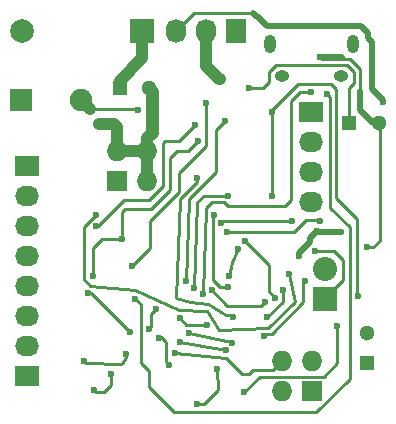
<source format=gbr>
G04 #@! TF.FileFunction,Copper,L2,Bot,Signal*
%FSLAX46Y46*%
G04 Gerber Fmt 4.6, Leading zero omitted, Abs format (unit mm)*
G04 Created by KiCad (PCBNEW (2015-08-05 BZR 6055, Git fa29c62)-product) date 02/02/2016 11:58:07 AM*
%MOMM*%
G01*
G04 APERTURE LIST*
%ADD10C,0.100000*%
%ADD11R,1.300000X1.300000*%
%ADD12C,1.300000*%
%ADD13C,1.998980*%
%ADD14R,1.998980X1.998980*%
%ADD15R,1.905000X1.905000*%
%ADD16C,1.905000*%
%ADD17R,2.032000X1.727200*%
%ADD18O,2.032000X1.727200*%
%ADD19O,1.250000X0.950000*%
%ADD20O,1.000000X1.550000*%
%ADD21R,1.727200X1.727200*%
%ADD22O,1.727200X1.727200*%
%ADD23R,1.727200X2.032000*%
%ADD24O,1.727200X2.032000*%
%ADD25R,2.032000X2.032000*%
%ADD26O,2.032000X2.032000*%
%ADD27C,0.600000*%
%ADD28C,0.508000*%
%ADD29C,0.250000*%
%ADD30C,1.016000*%
G04 APERTURE END LIST*
D10*
D11*
X94805500Y-147510500D03*
D12*
X94805500Y-145010500D03*
D11*
X93281500Y-127190500D03*
D12*
X95781500Y-127190500D03*
X76350500Y-124269500D03*
D11*
X73850500Y-124269500D03*
D13*
X65595500Y-119446040D03*
D14*
X75755500Y-119446040D03*
D15*
X65468500Y-125222000D03*
D16*
X70548500Y-125222000D03*
D17*
X90043000Y-126301500D03*
D18*
X90043000Y-128841500D03*
X90043000Y-131381500D03*
X90043000Y-133921500D03*
D19*
X92607400Y-123228540D03*
X87607400Y-123228540D03*
D20*
X93607400Y-120528540D03*
X86607400Y-120528540D03*
D17*
X66040000Y-148590000D03*
D18*
X66040000Y-146050000D03*
X66040000Y-143510000D03*
X66040000Y-140970000D03*
D21*
X90106500Y-149860000D03*
D22*
X87566500Y-149860000D03*
X90106500Y-147320000D03*
X87566500Y-147320000D03*
D23*
X83693000Y-119380000D03*
D24*
X81153000Y-119380000D03*
X78613000Y-119380000D03*
D17*
X66040000Y-130810000D03*
D18*
X66040000Y-133350000D03*
X66040000Y-135890000D03*
X66040000Y-138430000D03*
D21*
X73660000Y-132080000D03*
D22*
X73660000Y-129540000D03*
X76200000Y-132080000D03*
X76200000Y-129540000D03*
D25*
X91249500Y-142113000D03*
D26*
X91249500Y-139573000D03*
D27*
X78054200Y-147701000D03*
X77165200Y-145415000D03*
X89052400Y-138480800D03*
X90551000Y-136334500D03*
X92583000Y-136461500D03*
X96164400Y-125399800D03*
X83883500Y-137858500D03*
X83108800Y-140182600D03*
X82118200Y-148005800D03*
X80391000Y-151003000D03*
X84836000Y-124206000D03*
X75374500Y-126111000D03*
X82359500Y-123444000D03*
X90805000Y-121602500D03*
X94805500Y-137731500D03*
X72072500Y-127254000D03*
X87020400Y-141986000D03*
X84429600Y-137210800D03*
X79679800Y-144983200D03*
X83375500Y-145796000D03*
X82740500Y-127000000D03*
X79502000Y-140563600D03*
X86055200Y-145237200D03*
X89509600Y-140614400D03*
X86309200Y-143662400D03*
X87680800Y-141325600D03*
X80365600Y-131876800D03*
X83413600Y-143611600D03*
X81838800Y-134975600D03*
X83058000Y-141071600D03*
X82931000Y-136398000D03*
X90805000Y-135509000D03*
X88455500Y-135509000D03*
X82423000Y-135636000D03*
X81178400Y-125526800D03*
X74879200Y-139344400D03*
X75184000Y-142113000D03*
X91376500Y-124714000D03*
X90017600Y-124612400D03*
X80873600Y-141655800D03*
X81229200Y-144272000D03*
X78943200Y-143713200D03*
X74345800Y-146761200D03*
X70815200Y-147320000D03*
X73126600Y-148412200D03*
X71678800Y-149783800D03*
X82867500Y-146431000D03*
X78943200Y-145719800D03*
X78536800Y-146634200D03*
X80137000Y-141173200D03*
X82994500Y-133350000D03*
X94030800Y-141808200D03*
X92252800Y-144373600D03*
X84404200Y-149987000D03*
X86741000Y-126238000D03*
X86741000Y-133413500D03*
X90373200Y-138074400D03*
X80467200Y-128727200D03*
X71564500Y-140144500D03*
X74041000Y-137033000D03*
X86131400Y-142367000D03*
X81635600Y-141376400D03*
X76936600Y-142951200D03*
X76301600Y-144678400D03*
X74726800Y-144932400D03*
X71145400Y-141630400D03*
X88188800Y-139954000D03*
X71818500Y-135001000D03*
X71831200Y-135940800D03*
X80213200Y-127355600D03*
D28*
X89052400Y-138480800D02*
X89052400Y-138176000D01*
X89966800Y-137261600D02*
X89966800Y-136918700D01*
X89052400Y-138176000D02*
X89966800Y-137261600D01*
X89966800Y-136918700D02*
X90551000Y-136334500D01*
X92583000Y-136461500D02*
X90678000Y-136461500D01*
X90678000Y-136461500D02*
X90551000Y-136334500D01*
D29*
X77800200Y-147447000D02*
X78054200Y-147701000D01*
X77800200Y-145770600D02*
X77800200Y-147447000D01*
X77317600Y-145288000D02*
X77800200Y-145770600D01*
X77292200Y-145288000D02*
X77317600Y-145288000D01*
X77165200Y-145415000D02*
X77292200Y-145288000D01*
X89966800Y-136918700D02*
X90551000Y-136334500D01*
X90551000Y-136334500D02*
X90678000Y-136461500D01*
D28*
X93878400Y-118999000D02*
X94310200Y-118999000D01*
X96164400Y-125247400D02*
X96164400Y-125399800D01*
X95250000Y-124333000D02*
X96164400Y-125247400D01*
X95250000Y-120345200D02*
X95250000Y-124333000D01*
X94894400Y-119989600D02*
X95250000Y-120345200D01*
X94894400Y-119583200D02*
X94894400Y-119989600D01*
X94310200Y-118999000D02*
X94894400Y-119583200D01*
X93878400Y-118999000D02*
X86309200Y-118999000D01*
X85293200Y-118059200D02*
X85115400Y-117881400D01*
X85394800Y-118160800D02*
X85293200Y-118059200D01*
X85471000Y-118160800D02*
X85394800Y-118160800D01*
X86309200Y-118999000D02*
X85471000Y-118160800D01*
X85115400Y-117881400D02*
X85445600Y-118211600D01*
D29*
X80111600Y-117881400D02*
X78613000Y-119380000D01*
X85115400Y-117881400D02*
X80111600Y-117881400D01*
X86233000Y-118999000D02*
X85445600Y-118211600D01*
X85445600Y-118211600D02*
X85115400Y-117881400D01*
X93878400Y-118999000D02*
X86233000Y-118999000D01*
X83883500Y-137858500D02*
X83388200Y-138938000D01*
X83388200Y-138938000D02*
X83108800Y-140182600D01*
X82118200Y-148005800D02*
X82169000Y-149796500D01*
X82169000Y-149796500D02*
X80962500Y-151003000D01*
X80962500Y-151003000D02*
X80391000Y-151003000D01*
D30*
X70548500Y-125222000D02*
X71310500Y-125984000D01*
X81153000Y-119380000D02*
X81153000Y-122377200D01*
X82219800Y-123444000D02*
X82359500Y-123444000D01*
X81153000Y-122377200D02*
X82219800Y-123444000D01*
D29*
X93281500Y-127190500D02*
X93281500Y-124206000D01*
X85979000Y-124206000D02*
X84836000Y-124206000D01*
X86487000Y-123698000D02*
X85979000Y-124206000D01*
X86487000Y-122872500D02*
X86487000Y-123698000D01*
X87058500Y-122301000D02*
X86487000Y-122872500D01*
X93091000Y-122301000D02*
X87058500Y-122301000D01*
X93662500Y-122872500D02*
X93091000Y-122301000D01*
X93662500Y-123825000D02*
X93662500Y-122872500D01*
X93281500Y-124206000D02*
X93662500Y-123825000D01*
X75374500Y-126111000D02*
X75247500Y-125984000D01*
X75247500Y-125984000D02*
X71310500Y-125984000D01*
D28*
X94195900Y-126072900D02*
X94195900Y-124498100D01*
X94195900Y-124498100D02*
X94170500Y-124472700D01*
X95781500Y-127190500D02*
X95313500Y-127190500D01*
X95313500Y-127190500D02*
X94195900Y-126072900D01*
X94195900Y-126072900D02*
X94170500Y-126047500D01*
X90805000Y-121602500D02*
X92646500Y-121602500D01*
X92646500Y-121602500D02*
X92684600Y-121640600D01*
D30*
X73660000Y-129540000D02*
X73660000Y-127508000D01*
X73660000Y-127508000D02*
X73406000Y-127254000D01*
X73406000Y-127254000D02*
X72072500Y-127254000D01*
X76200000Y-129540000D02*
X73660000Y-129540000D01*
X76200000Y-132080000D02*
X76200000Y-129540000D01*
X76200000Y-129540000D02*
X76200000Y-128498600D01*
X76200000Y-128498600D02*
X76657200Y-128041400D01*
X76657200Y-128041400D02*
X76657200Y-124576200D01*
X76657200Y-124576200D02*
X76350500Y-124269500D01*
D29*
X94170500Y-126047500D02*
X95313500Y-127190500D01*
X94170500Y-122618500D02*
X94170500Y-124472700D01*
X90805000Y-121602500D02*
X90995500Y-121793000D01*
X90995500Y-121793000D02*
X93345000Y-121793000D01*
X93345000Y-121793000D02*
X94170500Y-122618500D01*
X94170500Y-124472700D02*
X94170500Y-126047500D01*
X95885000Y-137160000D02*
X95885000Y-127294000D01*
X95313500Y-137731500D02*
X95885000Y-137160000D01*
X94805500Y-137731500D02*
X95313500Y-137731500D01*
X95885000Y-127294000D02*
X95781500Y-127190500D01*
X72072500Y-127254000D02*
X72136000Y-127190500D01*
X73342500Y-127190500D02*
X73660000Y-127508000D01*
X72136000Y-127190500D02*
X73342500Y-127190500D01*
X76200000Y-129540000D02*
X76200000Y-124420000D01*
X76200000Y-124420000D02*
X76350500Y-124269500D01*
X76033000Y-129373000D02*
X76200000Y-129540000D01*
D30*
X73850500Y-124269500D02*
X73850500Y-123634500D01*
X73850500Y-123634500D02*
X75755500Y-121729500D01*
X75755500Y-121729500D02*
X75755500Y-119446040D01*
D29*
X86461600Y-141427200D02*
X87020400Y-141986000D01*
X86461600Y-139242800D02*
X86461600Y-141427200D01*
X84429600Y-137210800D02*
X86461600Y-139242800D01*
X73850500Y-123634500D02*
X75755500Y-121729500D01*
X75755500Y-121729500D02*
X75755500Y-119446040D01*
X73660000Y-132080000D02*
X73596500Y-132080000D01*
X83312000Y-145732500D02*
X79679800Y-144983200D01*
X83375500Y-145796000D02*
X83312000Y-145732500D01*
X81978500Y-127762000D02*
X82740500Y-127000000D01*
X81978500Y-131318000D02*
X81978500Y-127762000D01*
X79692500Y-133604000D02*
X81978500Y-131318000D01*
X79502000Y-140563600D02*
X79692500Y-133604000D01*
X86207600Y-145084800D02*
X86055200Y-145237200D01*
X86715600Y-145084800D02*
X86207600Y-145084800D01*
X89408000Y-142392400D02*
X86715600Y-145084800D01*
X89408000Y-140716000D02*
X89408000Y-142392400D01*
X89509600Y-140614400D02*
X89408000Y-140716000D01*
X86360000Y-143662400D02*
X86309200Y-143662400D01*
X87680800Y-142341600D02*
X86360000Y-143662400D01*
X87680800Y-141325600D02*
X87680800Y-142341600D01*
X80365600Y-132232400D02*
X80365600Y-131876800D01*
X78943200Y-133654800D02*
X80365600Y-132232400D01*
X78638400Y-141986000D02*
X78943200Y-133654800D01*
X79806800Y-142341600D02*
X78638400Y-141986000D01*
X81330800Y-142494000D02*
X79806800Y-142341600D01*
X82811049Y-143452151D02*
X81330800Y-142494000D01*
X83254151Y-143452151D02*
X82811049Y-143452151D01*
X83413600Y-143611600D02*
X83254151Y-143452151D01*
X81838800Y-134975600D02*
X81788000Y-135026400D01*
X81788000Y-135026400D02*
X81788000Y-140462000D01*
X81788000Y-140462000D02*
X82346800Y-141122400D01*
X82346800Y-141122400D02*
X83058000Y-141071600D01*
X88646000Y-136398000D02*
X82931000Y-136398000D01*
X89662000Y-135382000D02*
X88646000Y-136398000D01*
X90678000Y-135382000D02*
X89662000Y-135382000D01*
X90805000Y-135509000D02*
X90678000Y-135382000D01*
X82550000Y-135509000D02*
X88455500Y-135509000D01*
X82423000Y-135636000D02*
X82550000Y-135509000D01*
X81178400Y-129184400D02*
X81178400Y-125526800D01*
X78892400Y-131470400D02*
X81178400Y-129184400D01*
X78892400Y-133045200D02*
X78892400Y-131470400D01*
X76403200Y-135534400D02*
X78892400Y-133045200D01*
X76403200Y-137820400D02*
X76403200Y-135534400D01*
X74879200Y-139344400D02*
X76403200Y-137820400D01*
X75628500Y-142557500D02*
X75184000Y-142113000D01*
X75628500Y-147510500D02*
X75628500Y-142557500D01*
X76327000Y-148209000D02*
X75628500Y-147510500D01*
X76327000Y-149542500D02*
X76327000Y-148209000D01*
X78486000Y-151701500D02*
X76327000Y-149542500D01*
X90487500Y-151701500D02*
X78486000Y-151701500D01*
X93345000Y-148844000D02*
X90487500Y-151701500D01*
X93345000Y-136017000D02*
X93345000Y-148844000D01*
X91694000Y-134366000D02*
X93345000Y-136017000D01*
X91694000Y-125031500D02*
X91694000Y-134366000D01*
X91376500Y-124714000D02*
X91694000Y-125031500D01*
X89103200Y-124612400D02*
X90017600Y-124612400D01*
X88392000Y-125323600D02*
X89103200Y-124612400D01*
X88392000Y-133705600D02*
X88392000Y-125323600D01*
X87833200Y-134264400D02*
X88392000Y-133705600D01*
X83007200Y-134264400D02*
X87833200Y-134264400D01*
X82651600Y-133908800D02*
X83007200Y-134264400D01*
X81686400Y-133908800D02*
X82651600Y-133908800D01*
X81178400Y-134416800D02*
X81686400Y-133908800D01*
X80924400Y-141605000D02*
X81178400Y-134416800D01*
X80873600Y-141655800D02*
X80924400Y-141605000D01*
X79502000Y-144272000D02*
X81229200Y-144272000D01*
X78943200Y-143713200D02*
X79502000Y-144272000D01*
X74345800Y-147015200D02*
X74345800Y-146761200D01*
X74041000Y-147574000D02*
X74345800Y-147015200D01*
X71005700Y-147510500D02*
X74041000Y-147574000D01*
X70815200Y-147320000D02*
X71005700Y-147510500D01*
X73152000Y-148437600D02*
X73126600Y-148412200D01*
X73152000Y-149352000D02*
X73152000Y-148437600D01*
X72517000Y-149987000D02*
X73152000Y-149352000D01*
X71882000Y-149987000D02*
X72517000Y-149987000D01*
X71678800Y-149783800D02*
X71882000Y-149987000D01*
X78943200Y-145719800D02*
X82867500Y-146431000D01*
X86804500Y-148082000D02*
X87566500Y-147320000D01*
X85153500Y-148082000D02*
X86804500Y-148082000D01*
X84772500Y-148463000D02*
X85153500Y-148082000D01*
X84201000Y-148463000D02*
X84772500Y-148463000D01*
X82867500Y-147129500D02*
X84201000Y-148463000D01*
X78536800Y-146634200D02*
X82867500Y-147129500D01*
X80391000Y-133921500D02*
X80137000Y-141173200D01*
X80962500Y-133350000D02*
X80391000Y-133921500D01*
X82994500Y-133350000D02*
X80962500Y-133350000D01*
X86741000Y-126060200D02*
X86741000Y-126238000D01*
X88925400Y-123875800D02*
X86741000Y-126060200D01*
X91770200Y-123875800D02*
X88925400Y-123875800D01*
X92176600Y-124282200D02*
X91770200Y-123875800D01*
X92176600Y-133578600D02*
X92176600Y-124282200D01*
X93954600Y-135356600D02*
X92176600Y-133578600D01*
X93954600Y-141732000D02*
X93954600Y-135356600D01*
X94030800Y-141808200D02*
X93954600Y-141732000D01*
X92252800Y-147548600D02*
X92252800Y-144373600D01*
X91135200Y-148666200D02*
X92252800Y-147548600D01*
X85725000Y-148666200D02*
X91135200Y-148666200D01*
X84404200Y-149987000D02*
X85725000Y-148666200D01*
X86741000Y-133413500D02*
X86741000Y-126238000D01*
X91249500Y-142113000D02*
X91249500Y-141973300D01*
X91249500Y-141973300D02*
X92760800Y-140462000D01*
X91998800Y-138074400D02*
X90373200Y-138074400D01*
X92760800Y-138836400D02*
X91998800Y-138074400D01*
X92760800Y-140462000D02*
X92760800Y-138836400D01*
X74041000Y-134747000D02*
X74041000Y-137033000D01*
X74320400Y-134467600D02*
X74041000Y-134747000D01*
X76504800Y-134467600D02*
X74320400Y-134467600D01*
X78079600Y-132892800D02*
X76504800Y-134467600D01*
X78079600Y-130200400D02*
X78079600Y-132892800D01*
X78689200Y-129590800D02*
X78079600Y-130200400D01*
X79603600Y-129590800D02*
X78689200Y-129590800D01*
X80467200Y-128727200D02*
X79603600Y-129590800D01*
X74041000Y-137033000D02*
X72326500Y-137033000D01*
X71564500Y-137795000D02*
X71564500Y-140144500D01*
X72326500Y-137033000D02*
X71564500Y-137795000D01*
X86131400Y-142367000D02*
X85801200Y-142697200D01*
X85801200Y-142697200D02*
X82956400Y-142697200D01*
X82956400Y-142697200D02*
X81635600Y-141376400D01*
X76936600Y-142951200D02*
X76504800Y-143383000D01*
X76504800Y-143383000D02*
X76504800Y-144475200D01*
X76504800Y-144475200D02*
X76301600Y-144678400D01*
X74726800Y-144932400D02*
X71424800Y-141630400D01*
X71424800Y-141630400D02*
X71145400Y-141630400D01*
X88722200Y-142367000D02*
X88188800Y-139954000D01*
X86423500Y-144526000D02*
X88722200Y-142367000D01*
X82296000Y-144729200D02*
X86423500Y-144526000D01*
X81280000Y-143154400D02*
X82296000Y-144729200D01*
X78841600Y-143002000D02*
X81280000Y-143154400D01*
X75184000Y-141325600D02*
X78841600Y-143002000D01*
X71374000Y-140970000D02*
X75184000Y-141325600D01*
X70802500Y-140398500D02*
X71374000Y-140970000D01*
X70802500Y-136017000D02*
X70802500Y-140398500D01*
X71818500Y-135001000D02*
X70802500Y-136017000D01*
X71983600Y-135940800D02*
X71831200Y-135940800D01*
X74218800Y-133705600D02*
X71983600Y-135940800D01*
X76352400Y-133705600D02*
X74218800Y-133705600D01*
X77520800Y-132537200D02*
X76352400Y-133705600D01*
X77520800Y-128930400D02*
X77520800Y-132537200D01*
X77724000Y-128727200D02*
X77520800Y-128930400D01*
X78841600Y-128727200D02*
X77724000Y-128727200D01*
X80213200Y-127355600D02*
X78841600Y-128727200D01*
M02*

</source>
